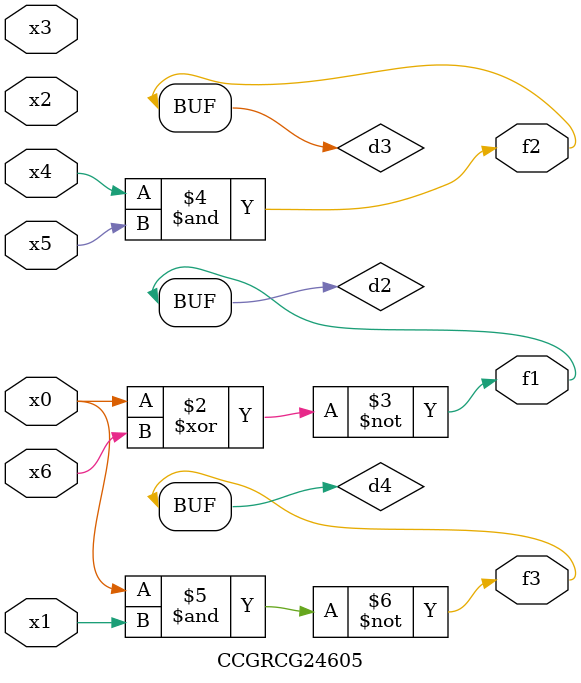
<source format=v>
module CCGRCG24605(
	input x0, x1, x2, x3, x4, x5, x6,
	output f1, f2, f3
);

	wire d1, d2, d3, d4;

	nor (d1, x0);
	xnor (d2, x0, x6);
	and (d3, x4, x5);
	nand (d4, x0, x1);
	assign f1 = d2;
	assign f2 = d3;
	assign f3 = d4;
endmodule

</source>
